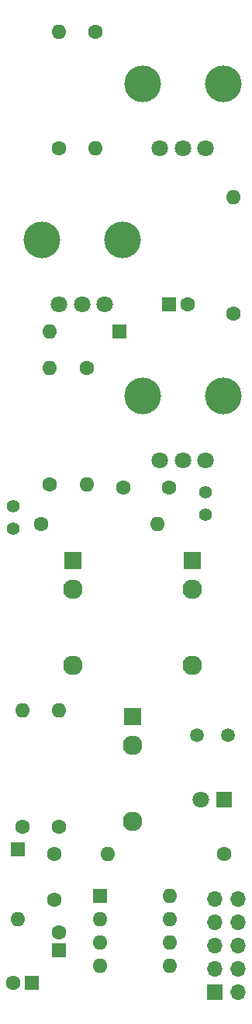
<source format=gbs>
G04 #@! TF.GenerationSoftware,KiCad,Pcbnew,(5.1.9)-1*
G04 #@! TF.CreationDate,2021-10-11T17:14:50+02:00*
G04 #@! TF.ProjectId,StupidBox,53747570-6964-4426-9f78-2e6b69636164,rev?*
G04 #@! TF.SameCoordinates,Original*
G04 #@! TF.FileFunction,Soldermask,Bot*
G04 #@! TF.FilePolarity,Negative*
%FSLAX46Y46*%
G04 Gerber Fmt 4.6, Leading zero omitted, Abs format (unit mm)*
G04 Created by KiCad (PCBNEW (5.1.9)-1) date 2021-10-11 17:14:50*
%MOMM*%
%LPD*%
G01*
G04 APERTURE LIST*
%ADD10C,4.000000*%
%ADD11C,1.800000*%
%ADD12O,1.600000X1.600000*%
%ADD13R,1.600000X1.600000*%
%ADD14C,1.600000*%
%ADD15C,1.500000*%
%ADD16C,2.130000*%
%ADD17R,1.930000X1.830000*%
%ADD18O,1.700000X1.700000*%
%ADD19R,1.700000X1.700000*%
%ADD20R,1.800000X1.800000*%
%ADD21C,1.400000*%
G04 APERTURE END LIST*
D10*
X54900000Y-39000000D03*
X46100000Y-39000000D03*
D11*
X53000000Y-46000000D03*
X50500000Y-46000000D03*
X48000000Y-46000000D03*
D12*
X49120000Y-127500000D03*
X41500000Y-135120000D03*
X49120000Y-130040000D03*
X41500000Y-132580000D03*
X49120000Y-132580000D03*
X41500000Y-130040000D03*
X49120000Y-135120000D03*
D13*
X41500000Y-127500000D03*
D10*
X54900000Y-73000000D03*
X46100000Y-73000000D03*
D11*
X53000000Y-80000000D03*
X50500000Y-80000000D03*
X48000000Y-80000000D03*
D12*
X56000000Y-51300000D03*
D14*
X56000000Y-64000000D03*
D12*
X41000000Y-46000000D03*
D14*
X41000000Y-33300000D03*
D12*
X42300000Y-123000000D03*
D14*
X55000000Y-123000000D03*
D15*
X52025000Y-110000000D03*
X55425000Y-110000000D03*
D12*
X37000000Y-33300000D03*
D14*
X37000000Y-46000000D03*
D12*
X40000000Y-82700000D03*
D14*
X40000000Y-70000000D03*
D12*
X36000000Y-70000000D03*
D14*
X36000000Y-82700000D03*
D12*
X37000000Y-107300000D03*
D14*
X37000000Y-120000000D03*
D12*
X47700000Y-87000000D03*
D14*
X35000000Y-87000000D03*
D12*
X33000000Y-107300000D03*
D14*
X33000000Y-120000000D03*
D16*
X45000000Y-119400000D03*
D17*
X45000000Y-108000000D03*
D16*
X45000000Y-111100000D03*
X38500000Y-102400000D03*
D17*
X38500000Y-91000000D03*
D16*
X38500000Y-94100000D03*
X51500000Y-102400000D03*
D17*
X51500000Y-91000000D03*
D16*
X51500000Y-94100000D03*
D18*
X56540000Y-127840000D03*
X54000000Y-127840000D03*
X56540000Y-130380000D03*
X54000000Y-130380000D03*
X56540000Y-132920000D03*
X54000000Y-132920000D03*
X56540000Y-135460000D03*
X54000000Y-135460000D03*
X56540000Y-138000000D03*
D19*
X54000000Y-138000000D03*
D10*
X43900000Y-56000000D03*
X35100000Y-56000000D03*
D11*
X42000000Y-63000000D03*
X39500000Y-63000000D03*
X37000000Y-63000000D03*
X52460000Y-117000000D03*
D20*
X55000000Y-117000000D03*
D12*
X36000000Y-66000000D03*
D13*
X43620000Y-66000000D03*
D12*
X32500000Y-130120000D03*
D13*
X32500000Y-122500000D03*
D21*
X53000000Y-86000000D03*
X53000000Y-83500000D03*
D14*
X44000000Y-83000000D03*
X49000000Y-83000000D03*
X51000000Y-63000000D03*
D13*
X49000000Y-63000000D03*
D14*
X36500000Y-128000000D03*
X36500000Y-123000000D03*
D21*
X32000000Y-87500000D03*
X32000000Y-85000000D03*
D14*
X37000000Y-131500000D03*
D13*
X37000000Y-133500000D03*
D14*
X32000000Y-137000000D03*
D13*
X34000000Y-137000000D03*
M02*

</source>
